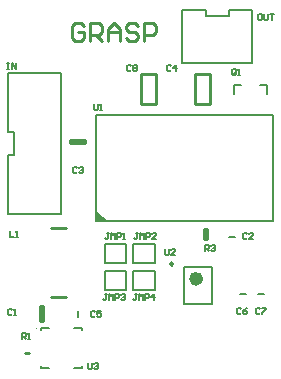
<source format=gto>
G04 Layer_Color=65535*
%FSAX25Y25*%
%MOIN*%
G70*
G01*
G75*
%ADD25C,0.01000*%
%ADD29C,0.02362*%
%ADD30C,0.00984*%
%ADD31C,0.00394*%
%ADD32C,0.00800*%
%ADD33C,0.00799*%
%ADD34C,0.00500*%
%ADD35C,0.00787*%
G36*
X0363222Y0306784D02*
X0359972D01*
Y0310033D01*
X0363222Y0306784D01*
D02*
G37*
D25*
X0345138Y0304417D02*
X0349862D01*
X0345138Y0281583D02*
X0349862D01*
X0341500Y0273500D02*
X0342500D01*
X0341500Y0278500D02*
X0342500D01*
X0341500Y0273500D02*
Y0278500D01*
X0342500Y0273500D02*
Y0278500D01*
X0375000Y0346000D02*
X0380000D01*
X0375000Y0356000D02*
X0380000D01*
X0375000Y0346000D02*
Y0356000D01*
X0380000Y0346000D02*
Y0356000D01*
X0396106Y0300925D02*
Y0304075D01*
X0396894Y0300925D02*
Y0304075D01*
X0396106Y0300925D02*
X0396894D01*
X0396106Y0304075D02*
X0396894D01*
X0398000Y0346000D02*
Y0356000D01*
X0393000Y0346000D02*
Y0356000D01*
X0398000D01*
X0393000Y0346000D02*
X0398000D01*
X0351500Y0333000D02*
Y0334000D01*
X0356500Y0333000D02*
Y0334000D01*
X0351500D02*
X0356500D01*
X0351500Y0333000D02*
X0356500D01*
X0336205Y0262772D02*
X0337780D01*
X0355999Y0371998D02*
X0354999Y0372998D01*
X0353000D01*
X0352000Y0371998D01*
Y0368000D01*
X0353000Y0367000D01*
X0354999D01*
X0355999Y0368000D01*
Y0369999D01*
X0353999D01*
X0357998Y0367000D02*
Y0372998D01*
X0360997D01*
X0361997Y0371998D01*
Y0369999D01*
X0360997Y0368999D01*
X0357998D01*
X0359997D02*
X0361997Y0367000D01*
X0363996D02*
Y0370999D01*
X0365996Y0372998D01*
X0367995Y0370999D01*
Y0367000D01*
Y0369999D01*
X0363996D01*
X0373993Y0371998D02*
X0372993Y0372998D01*
X0370994D01*
X0369994Y0371998D01*
Y0370999D01*
X0370994Y0369999D01*
X0372993D01*
X0373993Y0368999D01*
Y0368000D01*
X0372993Y0367000D01*
X0370994D01*
X0369994Y0368000D01*
X0375992Y0367000D02*
Y0372998D01*
X0378991D01*
X0379991Y0371998D01*
Y0369999D01*
X0378991Y0368999D01*
X0375992D01*
D29*
X0394590Y0287665D02*
G03*
X0394590Y0287665I-0001181J0000000D01*
G01*
D30*
X0385732Y0292587D02*
G03*
X0385732Y0292587I-0000492J0000000D01*
G01*
D31*
X0340429Y0271193D02*
G03*
X0340429Y0271193I-0000197J0000000D01*
G01*
D32*
X0330716Y0356177D02*
X0348500D01*
Y0309252D02*
Y0356177D01*
X0330716Y0309252D02*
Y0328752D01*
Y0336689D02*
Y0356177D01*
X0332684Y0328752D02*
Y0336689D01*
X0330716Y0328752D02*
X0332684D01*
X0330716Y0336689D02*
X0332684D01*
X0330716Y0309252D02*
X0348500D01*
X0412177Y0359500D02*
Y0377284D01*
X0388752Y0359500D02*
X0412177D01*
X0388752Y0377284D02*
X0396626D01*
Y0375316D02*
X0404500D01*
X0396626D02*
Y0377284D01*
X0404500Y0375316D02*
Y0377284D01*
X0388752Y0359500D02*
Y0377284D01*
X0417100Y0349106D02*
Y0352300D01*
X0414700D02*
X0417100D01*
X0405988Y0349106D02*
Y0352300D01*
X0408350D01*
D33*
X0404500Y0377284D02*
X0412177D01*
X0372457Y0283850D02*
Y0290150D01*
Y0283850D02*
X0379543D01*
Y0290150D01*
X0372457D02*
X0379543D01*
X0362957Y0283850D02*
Y0290150D01*
Y0283850D02*
X0370043D01*
Y0290150D01*
X0362957D02*
X0370043D01*
X0372457Y0292850D02*
Y0299150D01*
Y0292850D02*
X0379543D01*
Y0299150D01*
X0372457D02*
X0379543D01*
X0362957Y0292850D02*
Y0299150D01*
Y0292850D02*
X0370043D01*
Y0299150D01*
X0362957D02*
X0370043D01*
D34*
X0353886Y0275000D02*
Y0277000D01*
X0408000Y0282614D02*
X0410000D01*
X0404500Y0301500D02*
X0406500D01*
X0414000Y0282729D02*
X0416000D01*
X0371833Y0358666D02*
X0371500Y0358999D01*
X0370833D01*
X0370500Y0358666D01*
Y0357333D01*
X0370833Y0357000D01*
X0371500D01*
X0371833Y0357333D01*
X0372499Y0358666D02*
X0372833Y0358999D01*
X0373499D01*
X0373832Y0358666D01*
Y0358333D01*
X0373499Y0358000D01*
X0373832Y0357666D01*
Y0357333D01*
X0373499Y0357000D01*
X0372833D01*
X0372499Y0357333D01*
Y0357666D01*
X0372833Y0358000D01*
X0372499Y0358333D01*
Y0358666D01*
X0372833Y0358000D02*
X0373499D01*
X0357500Y0259499D02*
Y0257833D01*
X0357833Y0257500D01*
X0358500D01*
X0358833Y0257833D01*
Y0259499D01*
X0359499Y0259166D02*
X0359833Y0259499D01*
X0360499D01*
X0360832Y0259166D01*
Y0258833D01*
X0360499Y0258500D01*
X0360166D01*
X0360499D01*
X0360832Y0258166D01*
Y0257833D01*
X0360499Y0257500D01*
X0359833D01*
X0359499Y0257833D01*
X0383000Y0297499D02*
Y0295833D01*
X0383333Y0295500D01*
X0384000D01*
X0384333Y0295833D01*
Y0297499D01*
X0386332Y0295500D02*
X0384999D01*
X0386332Y0296833D01*
Y0297166D01*
X0385999Y0297499D01*
X0385333D01*
X0384999Y0297166D01*
X0359500Y0345999D02*
Y0344333D01*
X0359833Y0344000D01*
X0360500D01*
X0360833Y0344333D01*
Y0345999D01*
X0361499Y0344000D02*
X0362166D01*
X0361833D01*
Y0345999D01*
X0361499Y0345666D01*
X0396500Y0297000D02*
Y0298999D01*
X0397500D01*
X0397833Y0298666D01*
Y0298000D01*
X0397500Y0297666D01*
X0396500D01*
X0397166D02*
X0397833Y0297000D01*
X0398499Y0298666D02*
X0398833Y0298999D01*
X0399499D01*
X0399832Y0298666D01*
Y0298333D01*
X0399499Y0298000D01*
X0399166D01*
X0399499D01*
X0399832Y0297666D01*
Y0297333D01*
X0399499Y0297000D01*
X0398833D01*
X0398499Y0297333D01*
X0335500Y0267500D02*
Y0269499D01*
X0336500D01*
X0336833Y0269166D01*
Y0268500D01*
X0336500Y0268166D01*
X0335500D01*
X0336166D02*
X0336833Y0267500D01*
X0337499D02*
X0338166D01*
X0337833D01*
Y0269499D01*
X0337499Y0269166D01*
X0406833Y0355833D02*
Y0357166D01*
X0406500Y0357499D01*
X0405833D01*
X0405500Y0357166D01*
Y0355833D01*
X0405833Y0355500D01*
X0406500D01*
X0406166Y0356166D02*
X0406833Y0355500D01*
X0406500D02*
X0406833Y0355833D01*
X0407499Y0355500D02*
X0408166D01*
X0407833D01*
Y0357499D01*
X0407499Y0357166D01*
X0331500Y0303499D02*
Y0301500D01*
X0332833D01*
X0333499D02*
X0334166D01*
X0333833D01*
Y0303499D01*
X0333499Y0303166D01*
X0415000Y0375999D02*
X0414333D01*
X0414000Y0375666D01*
Y0374333D01*
X0414333Y0374000D01*
X0415000D01*
X0415333Y0374333D01*
Y0375666D01*
X0415000Y0375999D01*
X0415999D02*
Y0374333D01*
X0416333Y0374000D01*
X0416999D01*
X0417332Y0374333D01*
Y0375999D01*
X0417999D02*
X0419332D01*
X0418665D01*
Y0374000D01*
X0330500Y0359451D02*
X0331166D01*
X0330833D01*
Y0357452D01*
X0330500D01*
X0331166D01*
X0332166D02*
Y0359451D01*
X0333499Y0357452D01*
Y0359451D01*
X0373581Y0282499D02*
X0372914D01*
X0373248D01*
Y0280833D01*
X0372914Y0280500D01*
X0372581D01*
X0372248Y0280833D01*
X0374247Y0280500D02*
Y0282499D01*
X0374914Y0281833D01*
X0375580Y0282499D01*
Y0280500D01*
X0376247D02*
Y0282499D01*
X0377246D01*
X0377580Y0282166D01*
Y0281500D01*
X0377246Y0281166D01*
X0376247D01*
X0379246Y0280500D02*
Y0282499D01*
X0378246Y0281500D01*
X0379579D01*
X0363581Y0282499D02*
X0362914D01*
X0363248D01*
Y0280833D01*
X0362914Y0280500D01*
X0362581D01*
X0362248Y0280833D01*
X0364247Y0280500D02*
Y0282499D01*
X0364914Y0281833D01*
X0365580Y0282499D01*
Y0280500D01*
X0366247D02*
Y0282499D01*
X0367246D01*
X0367580Y0282166D01*
Y0281500D01*
X0367246Y0281166D01*
X0366247D01*
X0368246Y0282166D02*
X0368579Y0282499D01*
X0369246D01*
X0369579Y0282166D01*
Y0281833D01*
X0369246Y0281500D01*
X0368913D01*
X0369246D01*
X0369579Y0281166D01*
Y0280833D01*
X0369246Y0280500D01*
X0368579D01*
X0368246Y0280833D01*
X0374081Y0302999D02*
X0373414D01*
X0373748D01*
Y0301333D01*
X0373414Y0301000D01*
X0373081D01*
X0372748Y0301333D01*
X0374747Y0301000D02*
Y0302999D01*
X0375414Y0302333D01*
X0376080Y0302999D01*
Y0301000D01*
X0376747D02*
Y0302999D01*
X0377746D01*
X0378080Y0302666D01*
Y0302000D01*
X0377746Y0301666D01*
X0376747D01*
X0380079Y0301000D02*
X0378746D01*
X0380079Y0302333D01*
Y0302666D01*
X0379746Y0302999D01*
X0379079D01*
X0378746Y0302666D01*
X0364333Y0302999D02*
X0363666D01*
X0364000D01*
Y0301333D01*
X0363666Y0301000D01*
X0363333D01*
X0363000Y0301333D01*
X0364999Y0301000D02*
Y0302999D01*
X0365666Y0302333D01*
X0366332Y0302999D01*
Y0301000D01*
X0366999D02*
Y0302999D01*
X0367998D01*
X0368332Y0302666D01*
Y0302000D01*
X0367998Y0301666D01*
X0366999D01*
X0368998Y0301000D02*
X0369665D01*
X0369331D01*
Y0302999D01*
X0368998Y0302666D01*
X0414833Y0277666D02*
X0414500Y0277999D01*
X0413833D01*
X0413500Y0277666D01*
Y0276333D01*
X0413833Y0276000D01*
X0414500D01*
X0414833Y0276333D01*
X0415499Y0277999D02*
X0416832D01*
Y0277666D01*
X0415499Y0276333D01*
Y0276000D01*
X0408333Y0277666D02*
X0408000Y0277999D01*
X0407333D01*
X0407000Y0277666D01*
Y0276333D01*
X0407333Y0276000D01*
X0408000D01*
X0408333Y0276333D01*
X0410332Y0277999D02*
X0409666Y0277666D01*
X0408999Y0277000D01*
Y0276333D01*
X0409333Y0276000D01*
X0409999D01*
X0410332Y0276333D01*
Y0276666D01*
X0409999Y0277000D01*
X0408999D01*
X0359719Y0276666D02*
X0359385Y0276999D01*
X0358719D01*
X0358386Y0276666D01*
Y0275333D01*
X0358719Y0275000D01*
X0359385D01*
X0359719Y0275333D01*
X0361718Y0276999D02*
X0360385D01*
Y0276000D01*
X0361052Y0276333D01*
X0361385D01*
X0361718Y0276000D01*
Y0275333D01*
X0361385Y0275000D01*
X0360718D01*
X0360385Y0275333D01*
X0385083Y0358666D02*
X0384750Y0358999D01*
X0384083D01*
X0383750Y0358666D01*
Y0357333D01*
X0384083Y0357000D01*
X0384750D01*
X0385083Y0357333D01*
X0386749Y0357000D02*
Y0358999D01*
X0385749Y0358000D01*
X0387082D01*
X0353833Y0324666D02*
X0353500Y0324999D01*
X0352833D01*
X0352500Y0324666D01*
Y0323333D01*
X0352833Y0323000D01*
X0353500D01*
X0353833Y0323333D01*
X0354499Y0324666D02*
X0354833Y0324999D01*
X0355499D01*
X0355832Y0324666D01*
Y0324333D01*
X0355499Y0324000D01*
X0355166D01*
X0355499D01*
X0355832Y0323666D01*
Y0323333D01*
X0355499Y0323000D01*
X0354833D01*
X0354499Y0323333D01*
X0410333Y0302666D02*
X0410000Y0302999D01*
X0409333D01*
X0409000Y0302666D01*
Y0301333D01*
X0409333Y0301000D01*
X0410000D01*
X0410333Y0301333D01*
X0412332Y0301000D02*
X0410999D01*
X0412332Y0302333D01*
Y0302666D01*
X0411999Y0302999D01*
X0411333D01*
X0410999Y0302666D01*
X0331967Y0277166D02*
X0331633Y0277499D01*
X0330967D01*
X0330634Y0277166D01*
Y0275833D01*
X0330967Y0275500D01*
X0331633D01*
X0331967Y0275833D01*
X0332633Y0275500D02*
X0333300D01*
X0332966D01*
Y0277499D01*
X0332633Y0277166D01*
D35*
X0389472Y0279398D02*
X0398528D01*
X0389472Y0291602D02*
X0398528D01*
Y0279398D02*
Y0291602D01*
X0389472Y0279398D02*
Y0291602D01*
X0359972Y0310033D02*
X0363222Y0306783D01*
X0359972D02*
X0419028D01*
X0359972Y0342217D02*
X0419028D01*
X0359972Y0306783D02*
Y0342217D01*
X0419028Y0306783D02*
Y0342217D01*
X0352614Y0257807D02*
X0355193D01*
X0341807D02*
X0344386D01*
X0352614Y0271193D02*
X0355193D01*
X0341807D02*
X0344386D01*
X0355193Y0257807D02*
Y0258496D01*
Y0270504D02*
Y0271193D01*
X0341807Y0257807D02*
Y0258496D01*
Y0270504D02*
Y0271193D01*
M02*

</source>
